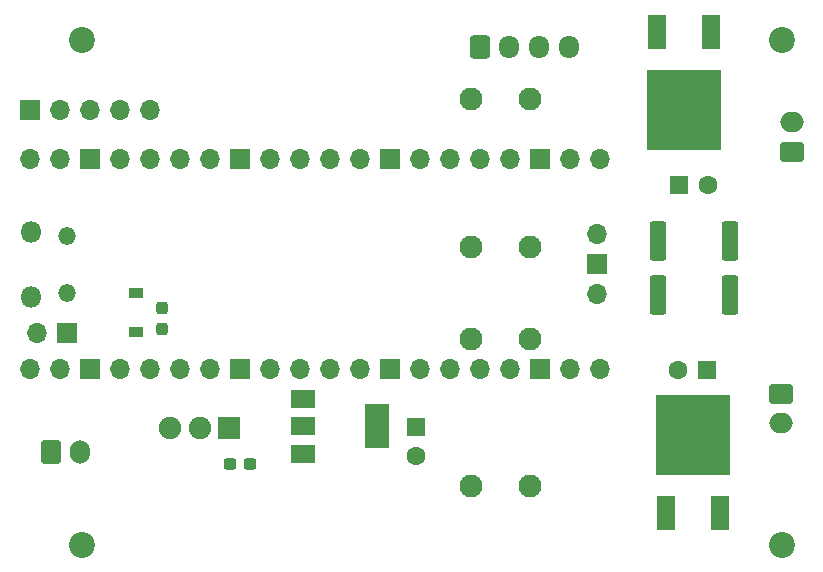
<source format=gts>
G04 #@! TF.GenerationSoftware,KiCad,Pcbnew,(6.0.0)*
G04 #@! TF.CreationDate,2023-03-30T02:39:52-04:00*
G04 #@! TF.ProjectId,stroboscope_main_0v1,7374726f-626f-4736-936f-70655f6d6169,rev?*
G04 #@! TF.SameCoordinates,Original*
G04 #@! TF.FileFunction,Soldermask,Top*
G04 #@! TF.FilePolarity,Negative*
%FSLAX46Y46*%
G04 Gerber Fmt 4.6, Leading zero omitted, Abs format (unit mm)*
G04 Created by KiCad (PCBNEW (6.0.0)) date 2023-03-30 02:39:52*
%MOMM*%
%LPD*%
G01*
G04 APERTURE LIST*
G04 Aperture macros list*
%AMRoundRect*
0 Rectangle with rounded corners*
0 $1 Rounding radius*
0 $2 $3 $4 $5 $6 $7 $8 $9 X,Y pos of 4 corners*
0 Add a 4 corners polygon primitive as box body*
4,1,4,$2,$3,$4,$5,$6,$7,$8,$9,$2,$3,0*
0 Add four circle primitives for the rounded corners*
1,1,$1+$1,$2,$3*
1,1,$1+$1,$4,$5*
1,1,$1+$1,$6,$7*
1,1,$1+$1,$8,$9*
0 Add four rect primitives between the rounded corners*
20,1,$1+$1,$2,$3,$4,$5,0*
20,1,$1+$1,$4,$5,$6,$7,0*
20,1,$1+$1,$6,$7,$8,$9,0*
20,1,$1+$1,$8,$9,$2,$3,0*%
G04 Aperture macros list end*
%ADD10R,1.600000X1.600000*%
%ADD11C,1.600000*%
%ADD12R,1.700000X1.700000*%
%ADD13O,1.700000X1.700000*%
%ADD14C,2.200000*%
%ADD15C,1.950000*%
%ADD16R,1.900000X1.900000*%
%ADD17C,1.900000*%
%ADD18R,1.200000X0.900000*%
%ADD19R,1.500000X3.000000*%
%ADD20R,6.250000X6.800000*%
%ADD21R,2.000000X3.800000*%
%ADD22R,2.000000X1.500000*%
%ADD23RoundRect,0.249999X-0.450001X-1.425001X0.450001X-1.425001X0.450001X1.425001X-0.450001X1.425001X0*%
%ADD24RoundRect,0.237500X-0.237500X0.300000X-0.237500X-0.300000X0.237500X-0.300000X0.237500X0.300000X0*%
%ADD25RoundRect,0.237500X0.300000X0.237500X-0.300000X0.237500X-0.300000X-0.237500X0.300000X-0.237500X0*%
%ADD26RoundRect,0.250000X-0.600000X-0.750000X0.600000X-0.750000X0.600000X0.750000X-0.600000X0.750000X0*%
%ADD27O,1.700000X2.000000*%
%ADD28RoundRect,0.250000X-0.600000X-0.725000X0.600000X-0.725000X0.600000X0.725000X-0.600000X0.725000X0*%
%ADD29O,1.700000X1.950000*%
%ADD30RoundRect,0.250000X-0.750000X0.600000X-0.750000X-0.600000X0.750000X-0.600000X0.750000X0.600000X0*%
%ADD31O,2.000000X1.700000*%
%ADD32RoundRect,0.250000X0.750000X-0.600000X0.750000X0.600000X-0.750000X0.600000X-0.750000X-0.600000X0*%
%ADD33O,1.800000X1.800000*%
%ADD34O,1.500000X1.500000*%
G04 APERTURE END LIST*
D10*
X138125200Y-83058000D03*
D11*
X140625200Y-83058000D03*
D10*
X140512800Y-98704400D03*
D11*
X138012800Y-98704400D03*
D12*
X86360000Y-95631000D03*
D13*
X83820000Y-95631000D03*
D14*
X146894051Y-113583949D03*
D15*
X125563000Y-75798500D03*
X125563000Y-88298500D03*
X120563000Y-75798500D03*
X120563000Y-88298500D03*
D14*
X87599051Y-113583949D03*
X87599051Y-70783949D03*
D16*
X100043000Y-103632000D03*
D17*
X97543000Y-103632000D03*
X95043000Y-103632000D03*
D18*
X92202000Y-95504000D03*
X92202000Y-92204000D03*
D19*
X140817600Y-70081200D03*
D20*
X138531600Y-76681200D03*
D19*
X136245600Y-70081200D03*
X137033000Y-110843000D03*
D20*
X139319000Y-104243000D03*
D19*
X141605000Y-110843000D03*
D21*
X112599000Y-103505000D03*
D22*
X106299000Y-103505000D03*
X106299000Y-105805000D03*
X106299000Y-101205000D03*
D12*
X83185000Y-76708000D03*
D13*
X85725000Y-76708000D03*
X88265000Y-76708000D03*
X90805000Y-76708000D03*
X93345000Y-76708000D03*
D23*
X136345200Y-87782400D03*
X142445200Y-87782400D03*
D24*
X94361000Y-93525000D03*
X94361000Y-95250000D03*
D14*
X146894051Y-70783949D03*
D15*
X125563000Y-96098000D03*
X125563000Y-108598000D03*
X120563000Y-96098000D03*
X120563000Y-108598000D03*
D23*
X136345200Y-92354400D03*
X142445200Y-92354400D03*
D25*
X101854000Y-106680000D03*
X100129000Y-106680000D03*
D26*
X84963000Y-105664000D03*
D27*
X87463000Y-105664000D03*
D10*
X115874800Y-103530400D03*
D11*
X115874800Y-106030400D03*
D28*
X121285000Y-71374000D03*
D29*
X123785000Y-71374000D03*
X126285000Y-71374000D03*
X128785000Y-71374000D03*
D30*
X146812000Y-100751000D03*
D31*
X146812000Y-103251000D03*
D32*
X147718000Y-80244000D03*
D31*
X147718000Y-77744000D03*
D33*
X83291000Y-92514000D03*
X83291000Y-87064000D03*
D34*
X86321000Y-87364000D03*
X86321000Y-92214000D03*
D13*
X83161000Y-80899000D03*
X85701000Y-80899000D03*
D12*
X88241000Y-80899000D03*
D13*
X90781000Y-80899000D03*
X93321000Y-80899000D03*
X95861000Y-80899000D03*
X98401000Y-80899000D03*
D12*
X100941000Y-80899000D03*
D13*
X103481000Y-80899000D03*
X106021000Y-80899000D03*
X108561000Y-80899000D03*
X111101000Y-80899000D03*
D12*
X113641000Y-80899000D03*
D13*
X116181000Y-80899000D03*
X118721000Y-80899000D03*
X121261000Y-80899000D03*
X123801000Y-80899000D03*
D12*
X126341000Y-80899000D03*
D13*
X128881000Y-80899000D03*
X131421000Y-80899000D03*
X131421000Y-98679000D03*
X128881000Y-98679000D03*
D12*
X126341000Y-98679000D03*
D13*
X123801000Y-98679000D03*
X121261000Y-98679000D03*
X118721000Y-98679000D03*
X116181000Y-98679000D03*
D12*
X113641000Y-98679000D03*
D13*
X111101000Y-98679000D03*
X108561000Y-98679000D03*
X106021000Y-98679000D03*
X103481000Y-98679000D03*
D12*
X100941000Y-98679000D03*
D13*
X98401000Y-98679000D03*
X95861000Y-98679000D03*
X93321000Y-98679000D03*
X90781000Y-98679000D03*
D12*
X88241000Y-98679000D03*
D13*
X85701000Y-98679000D03*
X83161000Y-98679000D03*
X131191000Y-87249000D03*
D12*
X131191000Y-89789000D03*
D13*
X131191000Y-92329000D03*
M02*

</source>
